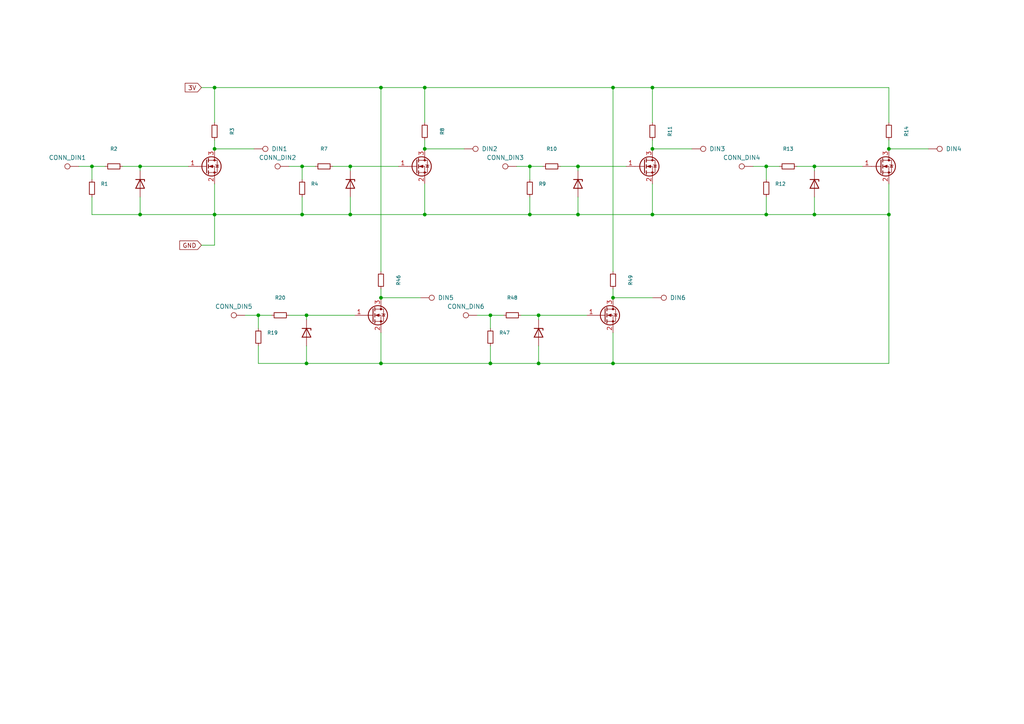
<source format=kicad_sch>
(kicad_sch (version 20250114) (generator "eeschema") (generator_version "9.0")
  (paper "A4")
  (lib_symbols
    (symbol "Connector:TestPoint" (pin_numbers (hide yes)) (pin_names (offset 0.762) (hide yes))
      (property "Reference" "TP" (at 0 6.858 0))
      (property "Value" "TestPoint" (at 0 5.08 0))
      (symbol "TestPoint_0_1"
        (circle (center 0 3.302) (radius 0.762))
      )
      (symbol "TestPoint_1_1"
        (pin passive line (at 0 0 90) (length 2.54) (name "1") (number "1"))
      )
    )
    (symbol "Device:D_Zener" (pin_numbers (hide yes)) (pin_names (offset 1.016) (hide yes))
      (property "Reference" "D" (at 0 2.54 0))
      (property "Value" "D_Zener" (at 0 -2.54 0))
      (symbol "D_Zener_0_1"
        (polyline (pts (xy -1.27 -1.27) (xy -1.27 1.27) (xy -0.762 1.27)) (stroke (width 0.254)))
        (polyline (pts (xy 1.27 0) (xy -1.27 0)))
        (polyline (pts (xy 1.27 -1.27) (xy 1.27 1.27) (xy -1.27 0) (xy 1.27 -1.27)) (stroke (width 0.254)))
      )
      (symbol "D_Zener_1_1"
        (pin passive line (at -3.81 0 0) (length 2.54) (name "K") (number "1"))
        (pin passive line (at 3.81 0 180) (length 2.54) (name "A") (number "2"))
      )
    )
    (symbol "Device:R_Small" (pin_numbers (hide yes)) (pin_names (offset 0.254) (hide yes))
      (property "Reference" "R" (at 0 0 90))
      (property "Value" "R_Small" (at 1.778 0 90))
      (symbol "R_Small_0_1"
        (rectangle (start -0.762 1.778) (end 0.762 -1.778) (stroke (width 0.2032)))
      )
      (symbol "R_Small_1_1"
        (pin passive line (at 0 2.54 270) (length 0.762) (name "~") (number "1"))
        (pin passive line (at 0 -2.54 90) (length 0.762) (name "~") (number "2"))
      )
    )
    (symbol "Transistor_FET:2N7002K" (pin_names (hide yes))
      (property "Reference" "Q" (at 5.08 1.905 0))
      (property "Value" "2N7002K" (at 5.08 0 0))
      (symbol "2N7002K_0_1"
        (polyline (pts (xy 0.254 1.905) (xy 0.254 -1.905)) (stroke (width 0.254)))
        (polyline (pts (xy 0.254 0) (xy -2.54 0)))
        (polyline (pts (xy 0.762 2.286) (xy 0.762 1.27)) (stroke (width 0.254)))
        (polyline (pts (xy 0.762 0.508) (xy 0.762 -0.508)) (stroke (width 0.254)))
        (polyline (pts (xy 0.762 -1.27) (xy 0.762 -2.286)) (stroke (width 0.254)))
        (polyline (pts (xy 0.762 -1.778) (xy 3.302 -1.778) (xy 3.302 1.778) (xy 0.762 1.778)))
        (polyline (pts (xy 1.016 0) (xy 2.032 0.381) (xy 2.032 -0.381) (xy 1.016 0)) (fill (type outline)))
        (circle (center 1.651 0) (radius 2.794) (stroke (width 0.254)))
        (polyline (pts (xy 2.54 2.54) (xy 2.54 1.778)))
        (circle (center 2.54 1.778) (radius 0.254) (fill (type outline)))
        (circle (center 2.54 -1.778) (radius 0.254) (fill (type outline)))
        (polyline (pts (xy 2.54 -2.54) (xy 2.54 0) (xy 0.762 0)))
        (polyline (pts (xy 2.794 0.508) (xy 2.921 0.381) (xy 3.683 0.381) (xy 3.81 0.254)))
        (polyline (pts (xy 3.302 0.381) (xy 2.921 -0.254) (xy 3.683 -0.254) (xy 3.302 0.381)))
      )
      (symbol "2N7002K_1_1"
        (pin input line (at -5.08 0 0) (length 2.54) (name "G") (number "1"))
        (pin passive line (at 2.54 5.08 270) (length 2.54) (name "D") (number "3"))
        (pin passive line (at 2.54 -5.08 90) (length 2.54) (name "S") (number "2"))
      )
    )
  )
  (junction (at 177.8 25.4))
  (junction (at 156.21 105.41))
  (junction (at 236.22 62.23))
  (junction (at 222.25 48.26))
  (junction (at 123.19 62.23))
  (junction (at 87.63 48.26))
  (junction (at 177.8 86.36))
  (junction (at 87.63 62.23))
  (junction (at 153.67 62.23))
  (junction (at 189.23 62.23))
  (junction (at 40.64 62.23))
  (junction (at 40.64 48.26))
  (junction (at 123.19 25.4))
  (junction (at 222.25 62.23))
  (junction (at 123.19 43.18))
  (junction (at 167.64 62.23))
  (junction (at 189.23 43.18))
  (junction (at 236.22 48.26))
  (junction (at 257.81 43.18))
  (junction (at 189.23 25.4))
  (junction (at 142.24 91.44))
  (junction (at 110.49 86.36))
  (junction (at 62.23 25.4))
  (junction (at 110.49 105.41))
  (junction (at 26.67 48.26))
  (junction (at 142.24 105.41))
  (junction (at 88.9 91.44))
  (junction (at 257.81 62.23))
  (junction (at 153.67 48.26))
  (junction (at 167.64 48.26))
  (junction (at 62.23 62.23))
  (junction (at 156.21 91.44))
  (junction (at 101.6 62.23))
  (junction (at 110.49 25.4))
  (junction (at 177.8 105.41))
  (junction (at 101.6 48.26))
  (junction (at 62.23 43.18))
  (junction (at 74.93 91.44))
  (junction (at 88.9 105.41))
  (wire (pts (xy 62.23 62.23) (xy 87.63 62.23)))
  (wire (pts (xy 156.21 105.41) (xy 177.8 105.41)))
  (wire (pts (xy 74.93 91.44) (xy 78.74 91.44)))
  (wire (pts (xy 62.23 25.4) (xy 110.49 25.4)))
  (wire (pts (xy 177.8 83.82) (xy 177.8 86.36)))
  (wire (pts (xy 189.23 25.4) (xy 189.23 35.56)))
  (wire (pts (xy 142.24 105.41) (xy 156.21 105.41)))
  (wire (pts (xy 58.42 25.4) (xy 62.23 25.4)))
  (wire (pts (xy 26.67 57.15) (xy 26.67 62.23)))
  (wire (pts (xy 149.86 48.26) (xy 153.67 48.26)))
  (wire (pts (xy 167.64 62.23) (xy 189.23 62.23)))
  (wire (pts (xy 177.8 105.41) (xy 257.81 105.41)))
  (wire (pts (xy 88.9 91.44) (xy 102.87 91.44)))
  (wire (pts (xy 74.93 105.41) (xy 88.9 105.41)))
  (wire (pts (xy 40.64 48.26) (xy 40.64 49.53)))
  (wire (pts (xy 88.9 91.44) (xy 88.9 92.71)))
  (wire (pts (xy 177.8 86.36) (xy 189.23 86.36)))
  (wire (pts (xy 156.21 91.44) (xy 170.18 91.44)))
  (wire (pts (xy 40.64 62.23) (xy 62.23 62.23)))
  (wire (pts (xy 177.8 25.4) (xy 189.23 25.4)))
  (wire (pts (xy 151.13 91.44) (xy 156.21 91.44)))
  (wire (pts (xy 257.81 40.64) (xy 257.81 43.18)))
  (wire (pts (xy 222.25 48.26) (xy 222.25 52.07)))
  (wire (pts (xy 83.82 91.44) (xy 88.9 91.44)))
  (wire (pts (xy 62.23 25.4) (xy 62.23 35.56)))
  (wire (pts (xy 162.56 48.26) (xy 167.64 48.26)))
  (wire (pts (xy 110.49 83.82) (xy 110.49 86.36)))
  (wire (pts (xy 123.19 25.4) (xy 177.8 25.4)))
  (wire (pts (xy 189.23 40.64) (xy 189.23 43.18)))
  (wire (pts (xy 101.6 48.26) (xy 115.57 48.26)))
  (wire (pts (xy 257.81 105.41) (xy 257.81 62.23)))
  (wire (pts (xy 222.25 57.15) (xy 222.25 62.23)))
  (wire (pts (xy 26.67 48.26) (xy 30.48 48.26)))
  (wire (pts (xy 58.42 71.12) (xy 62.23 71.12)))
  (wire (pts (xy 123.19 43.18) (xy 134.62 43.18)))
  (wire (pts (xy 177.8 25.4) (xy 177.8 78.74)))
  (wire (pts (xy 153.67 62.23) (xy 167.64 62.23)))
  (wire (pts (xy 110.49 96.52) (xy 110.49 105.41)))
  (wire (pts (xy 87.63 48.26) (xy 91.44 48.26)))
  (wire (pts (xy 110.49 25.4) (xy 123.19 25.4)))
  (wire (pts (xy 40.64 48.26) (xy 54.61 48.26)))
  (wire (pts (xy 222.25 48.26) (xy 226.06 48.26)))
  (wire (pts (xy 110.49 105.41) (xy 142.24 105.41)))
  (wire (pts (xy 236.22 57.15) (xy 236.22 62.23)))
  (wire (pts (xy 189.23 62.23) (xy 222.25 62.23)))
  (wire (pts (xy 40.64 57.15) (xy 40.64 62.23)))
  (wire (pts (xy 257.81 53.34) (xy 257.81 62.23)))
  (wire (pts (xy 231.14 48.26) (xy 236.22 48.26)))
  (wire (pts (xy 110.49 86.36) (xy 121.92 86.36)))
  (wire (pts (xy 142.24 91.44) (xy 142.24 95.25)))
  (wire (pts (xy 62.23 43.18) (xy 73.66 43.18)))
  (wire (pts (xy 177.8 96.52) (xy 177.8 105.41)))
  (wire (pts (xy 153.67 57.15) (xy 153.67 62.23)))
  (wire (pts (xy 26.67 48.26) (xy 26.67 52.07)))
  (wire (pts (xy 153.67 48.26) (xy 157.48 48.26)))
  (wire (pts (xy 74.93 91.44) (xy 74.93 95.25)))
  (wire (pts (xy 167.64 48.26) (xy 167.64 49.53)))
  (wire (pts (xy 257.81 43.18) (xy 269.24 43.18)))
  (wire (pts (xy 123.19 62.23) (xy 153.67 62.23)))
  (wire (pts (xy 138.43 91.44) (xy 142.24 91.44)))
  (wire (pts (xy 142.24 91.44) (xy 146.05 91.44)))
  (wire (pts (xy 257.81 25.4) (xy 189.23 25.4)))
  (wire (pts (xy 236.22 48.26) (xy 236.22 49.53)))
  (wire (pts (xy 62.23 62.23) (xy 62.23 71.12)))
  (wire (pts (xy 87.63 62.23) (xy 101.6 62.23)))
  (wire (pts (xy 26.67 62.23) (xy 40.64 62.23)))
  (wire (pts (xy 62.23 40.64) (xy 62.23 43.18)))
  (wire (pts (xy 123.19 25.4) (xy 123.19 35.56)))
  (wire (pts (xy 167.64 48.26) (xy 181.61 48.26)))
  (wire (pts (xy 71.12 91.44) (xy 74.93 91.44)))
  (wire (pts (xy 156.21 91.44) (xy 156.21 92.71)))
  (wire (pts (xy 88.9 105.41) (xy 110.49 105.41)))
  (wire (pts (xy 236.22 48.26) (xy 250.19 48.26)))
  (wire (pts (xy 222.25 62.23) (xy 236.22 62.23)))
  (wire (pts (xy 110.49 25.4) (xy 110.49 78.74)))
  (wire (pts (xy 96.52 48.26) (xy 101.6 48.26)))
  (wire (pts (xy 35.56 48.26) (xy 40.64 48.26)))
  (wire (pts (xy 123.19 40.64) (xy 123.19 43.18)))
  (wire (pts (xy 22.86 48.26) (xy 26.67 48.26)))
  (wire (pts (xy 101.6 48.26) (xy 101.6 49.53)))
  (wire (pts (xy 123.19 53.34) (xy 123.19 62.23)))
  (wire (pts (xy 101.6 62.23) (xy 123.19 62.23)))
  (wire (pts (xy 142.24 100.33) (xy 142.24 105.41)))
  (wire (pts (xy 153.67 48.26) (xy 153.67 52.07)))
  (wire (pts (xy 189.23 53.34) (xy 189.23 62.23)))
  (wire (pts (xy 189.23 43.18) (xy 200.66 43.18)))
  (wire (pts (xy 236.22 62.23) (xy 257.81 62.23)))
  (wire (pts (xy 74.93 100.33) (xy 74.93 105.41)))
  (wire (pts (xy 83.82 48.26) (xy 87.63 48.26)))
  (wire (pts (xy 218.44 48.26) (xy 222.25 48.26)))
  (wire (pts (xy 87.63 48.26) (xy 87.63 52.07)))
  (wire (pts (xy 167.64 57.15) (xy 167.64 62.23)))
  (wire (pts (xy 62.23 53.34) (xy 62.23 62.23)))
  (wire (pts (xy 156.21 100.33) (xy 156.21 105.41)))
  (wire (pts (xy 101.6 57.15) (xy 101.6 62.23)))
  (wire (pts (xy 87.63 57.15) (xy 87.63 62.23)))
  (wire (pts (xy 257.81 25.4) (xy 257.81 35.56)))
  (wire (pts (xy 88.9 100.33) (xy 88.9 105.41)))
  (global_label "GND" (shape input) (at 58.42 71.12 180) (property "Intersheetrefs" "${INTERSHEET_REFS}" (effects (hide yes))))
  (global_label "3V" (shape input) (at 58.42 25.4 180) (property "Intersheetrefs" "${INTERSHEET_REFS}" (effects (hide yes))))
  (symbol (lib_id "Transistor_FET:2N7002K") (at 120.65 48.26 0) (unit 1)
    (property "Reference" "Q2" (effects (hide yes)))
    (property "Value" "2N7002K" (effects (hide yes)))
    (property "Footprint" "Package_TO_SOT_SMD:SOT-23-3" (effects (hide yes)))
    (property "Datasheet" "https://www.diodes.com/assets/Datasheets/ds30896.pdf" (effects (hide yes)))
    (property "Description" "0.38A Id, 60V Vds, N-Channel MOSFET, SOT-23" (effects (hide yes)))
  )
  (symbol (lib_id "Transistor_FET:2N7002K") (at 59.69 48.26 0) (unit 1)
    (property "Reference" "Q1" (effects (hide yes)))
    (property "Value" "2N7002K" (effects (hide yes)))
    (property "Footprint" "Package_TO_SOT_SMD:SOT-23-3" (effects (hide yes)))
    (property "Datasheet" "https://www.diodes.com/assets/Datasheets/ds30896.pdf" (effects (hide yes)))
    (property "Description" "0.38A Id, 60V Vds, N-Channel MOSFET, SOT-23" (effects (hide yes)))
  )
  (symbol (lib_id "Device:R_Small") (at 93.98 48.26 270) (unit 1)
    (property "Reference" "R7" (at 93.98 43.18 90) (effects (font (size 1.016 1.016))))
    (property "Value" "R_Small" (effects (hide yes)))
    (property "Footprint" "Resistor_SMD:R_1206_3216Metric_Pad1.30x1.75mm_HandSolder" (effects (hide yes)))
    (property "Description" "Resistor, small symbol" (effects (hide yes)))
  )
  (symbol (lib_id "Connector:TestPoint") (at 22.86 48.26 90) (unit 1)
    (property "Reference" "CONN_DIN1" (at 19.558 45.72 90))
    (property "Value" "TestPoint" (effects (hide yes)))
    (property "Footprint" "TestPoint:TestPoint_Pad_D2.0mm" (effects (hide yes)))
    (property "Description" "test point" (effects (hide yes)))
  )
  (symbol (lib_id "Connector:TestPoint") (at 73.66 43.18 270) (unit 1)
    (property "Reference" "DIN1" (at 78.74 43.1799 90) (effects (justify left)))
    (property "Value" "TestPoint" (effects (hide yes)))
    (property "Footprint" "TestPoint:TestPoint_Pad_2.0x2.0mm" (effects (hide yes)))
    (property "Description" "test point" (effects (hide yes)))
  )
  (symbol (lib_id "Transistor_FET:2N7002K") (at 255.27 48.26 0) (unit 1)
    (property "Reference" "Q4" (effects (hide yes)))
    (property "Value" "2N7002K" (effects (hide yes)))
    (property "Footprint" "Package_TO_SOT_SMD:SOT-23-3" (effects (hide yes)))
    (property "Datasheet" "https://www.diodes.com/assets/Datasheets/ds30896.pdf" (effects (hide yes)))
    (property "Description" "0.38A Id, 60V Vds, N-Channel MOSFET, SOT-23" (effects (hide yes)))
  )
  (symbol (lib_id "Device:R_Small") (at 87.63 54.61 0) (unit 1)
    (property "Reference" "R4" (at 90.17 53.3399 0) (effects (font (size 1.016 1.016)) (justify left)))
    (property "Value" "R_Small" (effects (hide yes)))
    (property "Footprint" "Resistor_SMD:R_1206_3216Metric_Pad1.30x1.75mm_HandSolder" (effects (hide yes)))
    (property "Description" "Resistor, small symbol" (effects (hide yes)))
  )
  (symbol (lib_id "Connector:TestPoint") (at 200.66 43.18 270) (unit 1)
    (property "Reference" "DIN3" (at 205.74 43.1799 90) (effects (justify left)))
    (property "Value" "TestPoint" (effects (hide yes)))
    (property "Footprint" "TestPoint:TestPoint_Pad_2.0x2.0mm" (effects (hide yes)))
    (property "Description" "test point" (effects (hide yes)))
  )
  (symbol (lib_id "Device:D_Zener") (at 156.21 96.52 270) (unit 1)
    (property "Reference" "D8" (effects (hide yes)))
    (property "Value" "D_Zener" (effects (hide yes)))
    (property "Footprint" "Diode_SMD:D_SOD-123" (effects (hide yes)))
    (property "Description" "Zener diode" (effects (hide yes)))
  )
  (symbol (lib_id "Connector:TestPoint") (at 71.12 91.44 90) (unit 1)
    (property "Reference" "CONN_DIN5" (at 67.818 88.9 90))
    (property "Value" "TestPoint" (effects (hide yes)))
    (property "Footprint" "TestPoint:TestPoint_Pad_D2.0mm" (effects (hide yes)))
    (property "Description" "test point" (effects (hide yes)))
  )
  (symbol (lib_id "Connector:TestPoint") (at 149.86 48.26 90) (unit 1)
    (property "Reference" "CONN_DIN3" (at 146.558 45.72 90))
    (property "Value" "TestPoint" (effects (hide yes)))
    (property "Footprint" "TestPoint:TestPoint_Pad_D2.0mm" (effects (hide yes)))
    (property "Description" "test point" (effects (hide yes)))
  )
  (symbol (lib_id "Device:D_Zener") (at 101.6 53.34 270) (unit 1)
    (property "Reference" "D4" (effects (hide yes)))
    (property "Value" "D_Zener" (effects (hide yes)))
    (property "Footprint" "Diode_SMD:D_SOD-123" (effects (hide yes)))
    (property "Description" "Zener diode" (effects (hide yes)))
  )
  (symbol (lib_id "Device:R_Small") (at 26.67 54.61 0) (unit 1)
    (property "Reference" "R1" (at 29.21 53.3399 0) (effects (font (size 1.016 1.016)) (justify left)))
    (property "Value" "R_Small" (effects (hide yes)))
    (property "Footprint" "Resistor_SMD:R_1206_3216Metric_Pad1.30x1.75mm_HandSolder" (effects (hide yes)))
    (property "Description" "Resistor, small symbol" (effects (hide yes)))
  )
  (symbol (lib_id "Device:D_Zener") (at 167.64 53.34 270) (unit 1)
    (property "Reference" "D5" (effects (hide yes)))
    (property "Value" "D_Zener" (effects (hide yes)))
    (property "Footprint" "Diode_SMD:D_SOD-123" (effects (hide yes)))
    (property "Description" "Zener diode" (effects (hide yes)))
  )
  (symbol (lib_id "Connector:TestPoint") (at 218.44 48.26 90) (unit 1)
    (property "Reference" "CONN_DIN4" (at 215.138 45.72 90))
    (property "Value" "TestPoint" (effects (hide yes)))
    (property "Footprint" "TestPoint:TestPoint_Pad_D2.0mm" (effects (hide yes)))
    (property "Description" "test point" (effects (hide yes)))
  )
  (symbol (lib_id "Connector:TestPoint") (at 134.62 43.18 270) (unit 1)
    (property "Reference" "DIN2" (at 139.7 43.1799 90) (effects (justify left)))
    (property "Value" "TestPoint" (effects (hide yes)))
    (property "Footprint" "TestPoint:TestPoint_Pad_2.0x2.0mm" (effects (hide yes)))
    (property "Description" "test point" (effects (hide yes)))
  )
  (symbol (lib_id "Device:R_Small") (at 81.28 91.44 270) (unit 1)
    (property "Reference" "R20" (at 81.28 86.36 90) (effects (font (size 1.016 1.016))))
    (property "Value" "R_Small" (effects (hide yes)))
    (property "Footprint" "Resistor_SMD:R_1206_3216Metric_Pad1.30x1.75mm_HandSolder" (effects (hide yes)))
    (property "Description" "Resistor, small symbol" (effects (hide yes)))
  )
  (symbol (lib_id "Device:R_Small") (at 33.02 48.26 270) (unit 1)
    (property "Reference" "R2" (at 33.02 43.18 90) (effects (font (size 1.016 1.016))))
    (property "Value" "R_Small" (effects (hide yes)))
    (property "Footprint" "Resistor_SMD:R_1206_3216Metric_Pad1.30x1.75mm_HandSolder" (effects (hide yes)))
    (property "Description" "Resistor, small symbol" (effects (hide yes)))
  )
  (symbol (lib_id "Device:R_Small") (at 74.93 97.79 0) (unit 1)
    (property "Reference" "R19" (at 77.47 96.5199 0) (effects (font (size 1.016 1.016)) (justify left)))
    (property "Value" "R_Small" (effects (hide yes)))
    (property "Footprint" "Resistor_SMD:R_1206_3216Metric_Pad1.30x1.75mm_HandSolder" (effects (hide yes)))
    (property "Description" "Resistor, small symbol" (effects (hide yes)))
  )
  (symbol (lib_id "Device:R_Small") (at 142.24 97.79 0) (unit 1)
    (property "Reference" "R47" (at 144.78 96.5199 0) (effects (font (size 1.016 1.016)) (justify left)))
    (property "Value" "R_Small" (effects (hide yes)))
    (property "Footprint" "Resistor_SMD:R_1206_3216Metric_Pad1.30x1.75mm_HandSolder" (effects (hide yes)))
    (property "Description" "Resistor, small symbol" (effects (hide yes)))
  )
  (symbol (lib_id "Device:R_Small") (at 177.8 81.28 180) (unit 1)
    (property "Reference" "R49" (at 182.88 81.28 90) (effects (font (size 1.016 1.016))))
    (property "Value" "R_Small" (effects (hide yes)))
    (property "Footprint" "Resistor_SMD:R_1206_3216Metric_Pad1.30x1.75mm_HandSolder" (effects (hide yes)))
    (property "Description" "Resistor, small symbol" (effects (hide yes)))
  )
  (symbol (lib_id "Connector:TestPoint") (at 83.82 48.26 90) (unit 1)
    (property "Reference" "CONN_DIN2" (at 80.518 45.72 90))
    (property "Value" "TestPoint" (effects (hide yes)))
    (property "Footprint" "TestPoint:TestPoint_Pad_D2.0mm" (effects (hide yes)))
    (property "Description" "test point" (effects (hide yes)))
  )
  (symbol (lib_id "Connector:TestPoint") (at 121.92 86.36 270) (unit 1)
    (property "Reference" "DIN5" (at 127 86.3599 90) (effects (justify left)))
    (property "Value" "TestPoint" (effects (hide yes)))
    (property "Footprint" "TestPoint:TestPoint_Pad_2.0x2.0mm" (effects (hide yes)))
    (property "Description" "test point" (effects (hide yes)))
  )
  (symbol (lib_id "Transistor_FET:2N7002K") (at 175.26 91.44 0) (unit 1)
    (property "Reference" "Q16" (effects (hide yes)))
    (property "Value" "2N7002K" (effects (hide yes)))
    (property "Footprint" "Package_TO_SOT_SMD:SOT-23-3" (effects (hide yes)))
    (property "Datasheet" "https://www.diodes.com/assets/Datasheets/ds30896.pdf" (effects (hide yes)))
    (property "Description" "0.38A Id, 60V Vds, N-Channel MOSFET, SOT-23" (effects (hide yes)))
  )
  (symbol (lib_id "Device:R_Small") (at 189.23 38.1 180) (unit 1)
    (property "Reference" "R11" (at 194.31 38.1 90) (effects (font (size 1.016 1.016))))
    (property "Value" "R_Small" (effects (hide yes)))
    (property "Footprint" "Resistor_SMD:R_1206_3216Metric_Pad1.30x1.75mm_HandSolder" (effects (hide yes)))
    (property "Description" "Resistor, small symbol" (effects (hide yes)))
  )
  (symbol (lib_id "Device:R_Small") (at 153.67 54.61 0) (unit 1)
    (property "Reference" "R9" (at 156.21 53.3399 0) (effects (font (size 1.016 1.016)) (justify left)))
    (property "Value" "R_Small" (effects (hide yes)))
    (property "Footprint" "Resistor_SMD:R_1206_3216Metric_Pad1.30x1.75mm_HandSolder" (effects (hide yes)))
    (property "Description" "Resistor, small symbol" (effects (hide yes)))
  )
  (symbol (lib_id "Device:R_Small") (at 228.6 48.26 270) (unit 1)
    (property "Reference" "R13" (at 228.6 43.18 90) (effects (font (size 1.016 1.016))))
    (property "Value" "R_Small" (effects (hide yes)))
    (property "Footprint" "Resistor_SMD:R_1206_3216Metric_Pad1.30x1.75mm_HandSolder" (effects (hide yes)))
    (property "Description" "Resistor, small symbol" (effects (hide yes)))
  )
  (symbol (lib_id "Device:R_Small") (at 257.81 38.1 180) (unit 1)
    (property "Reference" "R14" (at 262.89 38.1 90) (effects (font (size 1.016 1.016))))
    (property "Value" "R_Small" (effects (hide yes)))
    (property "Footprint" "Resistor_SMD:R_1206_3216Metric_Pad1.30x1.75mm_HandSolder" (effects (hide yes)))
    (property "Description" "Resistor, small symbol" (effects (hide yes)))
  )
  (symbol (lib_id "Device:R_Small") (at 62.23 38.1 180) (unit 1)
    (property "Reference" "R3" (at 67.31 38.1 90) (effects (font (size 1.016 1.016))))
    (property "Value" "R_Small" (effects (hide yes)))
    (property "Footprint" "Resistor_SMD:R_1206_3216Metric_Pad1.30x1.75mm_HandSolder" (effects (hide yes)))
    (property "Description" "Resistor, small symbol" (effects (hide yes)))
  )
  (symbol (lib_id "Connector:TestPoint") (at 138.43 91.44 90) (unit 1)
    (property "Reference" "CONN_DIN6" (at 135.128 88.9 90))
    (property "Value" "TestPoint" (effects (hide yes)))
    (property "Footprint" "TestPoint:TestPoint_Pad_D2.0mm" (effects (hide yes)))
    (property "Description" "test point" (effects (hide yes)))
  )
  (symbol (lib_id "Device:R_Small") (at 148.59 91.44 270) (unit 1)
    (property "Reference" "R48" (at 148.59 86.36 90) (effects (font (size 1.016 1.016))))
    (property "Value" "R_Small" (effects (hide yes)))
    (property "Footprint" "Resistor_SMD:R_1206_3216Metric_Pad1.30x1.75mm_HandSolder" (effects (hide yes)))
    (property "Description" "Resistor, small symbol" (effects (hide yes)))
  )
  (symbol (lib_id "Device:D_Zener") (at 88.9 96.52 270) (unit 1)
    (property "Reference" "D7" (effects (hide yes)))
    (property "Value" "D_Zener" (effects (hide yes)))
    (property "Footprint" "Diode_SMD:D_SOD-123" (effects (hide yes)))
    (property "Description" "Zener diode" (effects (hide yes)))
  )
  (symbol (lib_id "Connector:TestPoint") (at 269.24 43.18 270) (unit 1)
    (property "Reference" "DIN4" (at 274.32 43.1799 90) (effects (justify left)))
    (property "Value" "TestPoint" (effects (hide yes)))
    (property "Footprint" "TestPoint:TestPoint_Pad_2.0x2.0mm" (effects (hide yes)))
    (property "Description" "test point" (effects (hide yes)))
  )
  (symbol (lib_id "Device:R_Small") (at 123.19 38.1 180) (unit 1)
    (property "Reference" "R8" (at 128.27 38.1 90) (effects (font (size 1.016 1.016))))
    (property "Value" "R_Small" (effects (hide yes)))
    (property "Footprint" "Resistor_SMD:R_1206_3216Metric_Pad1.30x1.75mm_HandSolder" (effects (hide yes)))
    (property "Description" "Resistor, small symbol" (effects (hide yes)))
  )
  (symbol (lib_id "Transistor_FET:2N7002K") (at 107.95 91.44 0) (unit 1)
    (property "Reference" "Q15" (effects (hide yes)))
    (property "Value" "2N7002K" (effects (hide yes)))
    (property "Footprint" "Package_TO_SOT_SMD:SOT-23-3" (effects (hide yes)))
    (property "Datasheet" "https://www.diodes.com/assets/Datasheets/ds30896.pdf" (effects (hide yes)))
    (property "Description" "0.38A Id, 60V Vds, N-Channel MOSFET, SOT-23" (effects (hide yes)))
  )
  (symbol (lib_id "Device:D_Zener") (at 236.22 53.34 270) (unit 1)
    (property "Reference" "D6" (effects (hide yes)))
    (property "Value" "D_Zener" (effects (hide yes)))
    (property "Footprint" "Diode_SMD:D_SOD-123" (effects (hide yes)))
    (property "Description" "Zener diode" (effects (hide yes)))
  )
  (symbol (lib_id "Device:R_Small") (at 222.25 54.61 0) (unit 1)
    (property "Reference" "R12" (at 224.79 53.3399 0) (effects (font (size 1.016 1.016)) (justify left)))
    (property "Value" "R_Small" (effects (hide yes)))
    (property "Footprint" "Resistor_SMD:R_1206_3216Metric_Pad1.30x1.75mm_HandSolder" (effects (hide yes)))
    (property "Description" "Resistor, small symbol" (effects (hide yes)))
  )
  (symbol (lib_id "Device:R_Small") (at 160.02 48.26 270) (unit 1)
    (property "Reference" "R10" (at 160.02 43.18 90) (effects (font (size 1.016 1.016))))
    (property "Value" "R_Small" (effects (hide yes)))
    (property "Footprint" "Resistor_SMD:R_1206_3216Metric_Pad1.30x1.75mm_HandSolder" (effects (hide yes)))
    (property "Description" "Resistor, small symbol" (effects (hide yes)))
  )
  (symbol (lib_id "Device:D_Zener") (at 40.64 53.34 270) (unit 1)
    (property "Reference" "D1" (effects (hide yes)))
    (property "Value" "D_Zener" (effects (hide yes)))
    (property "Footprint" "Diode_SMD:D_SOD-123" (effects (hide yes)))
    (property "Description" "Zener diode" (effects (hide yes)))
  )
  (symbol (lib_id "Device:R_Small") (at 110.49 81.28 180) (unit 1)
    (property "Reference" "R46" (at 115.57 81.28 90) (effects (font (size 1.016 1.016))))
    (property "Value" "R_Small" (effects (hide yes)))
    (property "Footprint" "Resistor_SMD:R_1206_3216Metric_Pad1.30x1.75mm_HandSolder" (effects (hide yes)))
    (property "Description" "Resistor, small symbol" (effects (hide yes)))
  )
  (symbol (lib_id "Connector:TestPoint") (at 189.23 86.36 270) (unit 1)
    (property "Reference" "DIN6" (at 194.31 86.3599 90) (effects (justify left)))
    (property "Value" "TestPoint" (effects (hide yes)))
    (property "Footprint" "TestPoint:TestPoint_Pad_2.0x2.0mm" (effects (hide yes)))
    (property "Description" "test point" (effects (hide yes)))
  )
  (symbol (lib_id "Transistor_FET:2N7002K") (at 186.69 48.26 0) (unit 1)
    (property "Reference" "Q3" (effects (hide yes)))
    (property "Value" "2N7002K" (effects (hide yes)))
    (property "Footprint" "Package_TO_SOT_SMD:SOT-23-3" (effects (hide yes)))
    (property "Datasheet" "https://www.diodes.com/assets/Datasheets/ds30896.pdf" (effects (hide yes)))
    (property "Description" "0.38A Id, 60V Vds, N-Channel MOSFET, SOT-23" (effects (hide yes)))
  )
)
</source>
